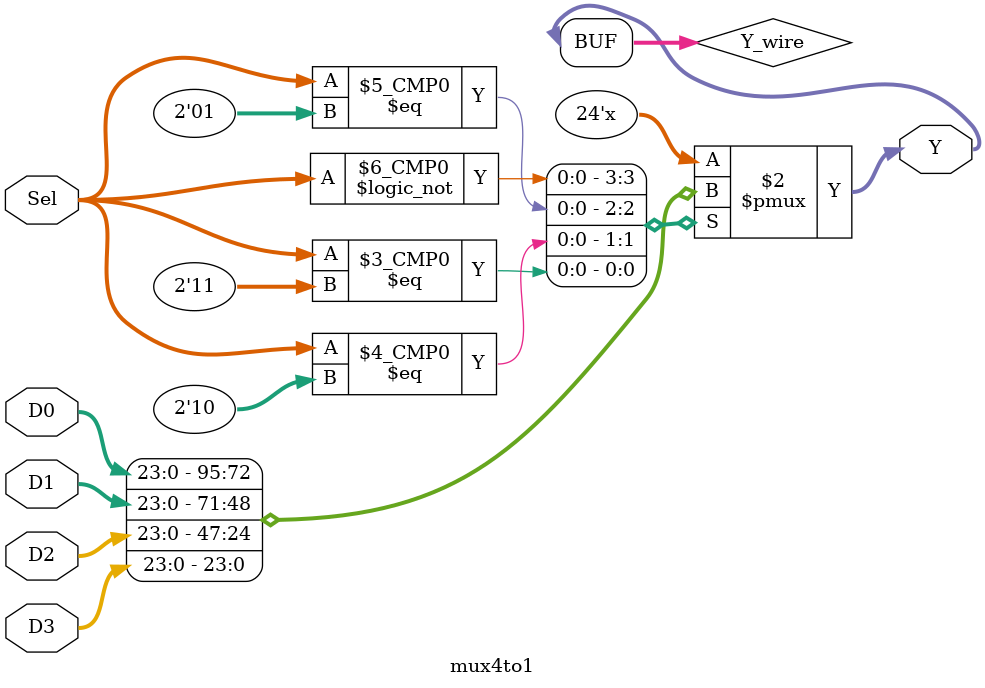
<source format=sv>
module mux4to1 #(parameter N = 24) (
    input wire [N-1:0] D0,  // Data input 0
    input wire [N-1:0] D1,  // Data input 1
    input wire [N-1:0] D2,  // Data input 2
    input wire [N-1:0] D3,  // Data input 3
    input wire [1:0]  Sel, // Select input (2-bit)
    output wire [N-1:0] Y   // Output
);

    logic [N-1:0] Y_wire;
    always @(*) begin
        case (Sel)
            2'b00: Y_wire = D0;  // Select input 0 when Sel is 00
            2'b01: Y_wire = D1;  // Select input 1 when Sel is 01
            2'b10: Y_wire = D2;  // Select input 2 when Sel is 10
            2'b11: Y_wire = D3;  // Select input 3 when Sel is 11
        endcase
    end

    assign Y = Y_wire;

endmodule
</source>
